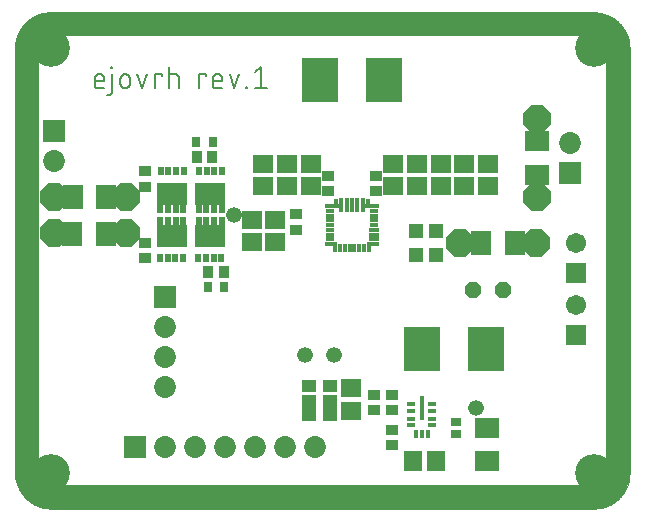
<source format=gts>
G04 EAGLE Gerber RS-274X export*
G75*
%MOMM*%
%FSLAX35Y35*%
%LPD*%
%INsolder_mask_top*%
%IPPOS*%
%AMOC8*
5,1,8,0,0,1.08239X$1,22.5*%
G01*
%ADD10C,0.000000*%
%ADD11C,2.000000*%
%ADD12C,0.203200*%
%ADD13R,1.153200X0.403200*%
%ADD14R,0.803200X0.403200*%
%ADD15R,1.103200X0.403200*%
%ADD16R,0.403200X0.803200*%
%ADD17R,0.903200X0.403200*%
%ADD18R,0.853200X0.403200*%
%ADD19R,0.883200X0.403200*%
%ADD20R,0.403200X1.203200*%
%ADD21R,0.403200X1.153200*%
%ADD22R,1.203200X1.303200*%
%ADD23R,1.103200X0.903200*%
%ADD24R,0.503200X0.803200*%
%ADD25R,0.503200X0.838200*%
%ADD26R,2.653200X1.978200*%
%ADD27R,0.803200X0.903200*%
%ADD28R,1.703200X1.503200*%
%ADD29P,1.539592X8X22.500000*%
%ADD30R,3.153200X3.703200*%
%ADD31C,1.703200*%
%ADD32R,1.703200X1.703200*%
%ADD33R,1.303200X2.203200*%
%ADD34R,1.303200X1.003200*%
%ADD35R,2.003200X1.803200*%
%ADD36R,0.803200X0.453200*%
%ADD37R,0.453200X2.028200*%
%ADD38R,0.453200X0.803200*%
%ADD39R,1.503200X1.703200*%
%ADD40R,0.903200X0.803200*%
%ADD41R,0.903200X1.103200*%
%ADD42P,2.556822X8X22.500000*%
%ADD43R,1.803200X2.006200*%
%ADD44P,2.556822X8X202.500000*%
%ADD45P,2.556822X8X112.500000*%
%ADD46R,2.006200X1.803200*%
%ADD47R,1.853200X1.853200*%
%ADD48C,1.853200*%
%ADD49C,3.203200*%
%ADD50C,1.328200*%


D10*
X0Y3900000D02*
X0Y300000D01*
X88Y292751D01*
X350Y285506D01*
X788Y278270D01*
X1401Y271046D01*
X2187Y263839D01*
X3148Y256653D01*
X4282Y249493D01*
X5589Y242362D01*
X7068Y235265D01*
X8717Y228205D01*
X10537Y221188D01*
X12526Y214216D01*
X14683Y207295D01*
X17006Y200428D01*
X19495Y193619D01*
X22148Y186872D01*
X24962Y180191D01*
X27938Y173580D01*
X31072Y167043D01*
X34363Y160583D01*
X37810Y154205D01*
X41409Y147912D01*
X45160Y141708D01*
X49059Y135596D01*
X53105Y129581D01*
X57295Y123664D01*
X61627Y117851D01*
X66098Y112144D01*
X70705Y106547D01*
X75447Y101063D01*
X80319Y95695D01*
X85320Y90447D01*
X90447Y85320D01*
X95695Y80319D01*
X101063Y75447D01*
X106547Y70705D01*
X112144Y66098D01*
X117851Y61627D01*
X123664Y57295D01*
X129581Y53105D01*
X135596Y49059D01*
X141708Y45160D01*
X147912Y41409D01*
X154205Y37810D01*
X160583Y34363D01*
X167043Y31072D01*
X173580Y27938D01*
X180191Y24962D01*
X186872Y22148D01*
X193619Y19495D01*
X200428Y17006D01*
X207295Y14683D01*
X214216Y12526D01*
X221188Y10537D01*
X228205Y8717D01*
X235265Y7068D01*
X242362Y5589D01*
X249493Y4282D01*
X256653Y3148D01*
X263839Y2187D01*
X271046Y1401D01*
X278270Y788D01*
X285506Y350D01*
X292751Y88D01*
X300000Y0D01*
X4900000Y0D01*
X4907249Y88D01*
X4914494Y350D01*
X4921730Y788D01*
X4928954Y1401D01*
X4936161Y2187D01*
X4943347Y3148D01*
X4950507Y4282D01*
X4957638Y5589D01*
X4964735Y7068D01*
X4971795Y8717D01*
X4978812Y10537D01*
X4985784Y12526D01*
X4992705Y14683D01*
X4999572Y17006D01*
X5006381Y19495D01*
X5013128Y22148D01*
X5019809Y24962D01*
X5026420Y27938D01*
X5032957Y31072D01*
X5039417Y34363D01*
X5045795Y37810D01*
X5052088Y41409D01*
X5058292Y45160D01*
X5064404Y49059D01*
X5070419Y53105D01*
X5076336Y57295D01*
X5082149Y61627D01*
X5087856Y66098D01*
X5093453Y70705D01*
X5098937Y75447D01*
X5104305Y80319D01*
X5109553Y85320D01*
X5114680Y90447D01*
X5119681Y95695D01*
X5124553Y101063D01*
X5129295Y106547D01*
X5133902Y112144D01*
X5138373Y117851D01*
X5142705Y123664D01*
X5146895Y129581D01*
X5150941Y135596D01*
X5154840Y141708D01*
X5158591Y147912D01*
X5162190Y154205D01*
X5165637Y160583D01*
X5168928Y167043D01*
X5172062Y173580D01*
X5175038Y180191D01*
X5177852Y186872D01*
X5180505Y193619D01*
X5182994Y200428D01*
X5185317Y207295D01*
X5187474Y214216D01*
X5189463Y221188D01*
X5191283Y228205D01*
X5192932Y235265D01*
X5194411Y242362D01*
X5195718Y249493D01*
X5196852Y256653D01*
X5197813Y263839D01*
X5198599Y271046D01*
X5199212Y278270D01*
X5199650Y285506D01*
X5199912Y292751D01*
X5200000Y300000D01*
X5200000Y3900000D01*
X5199912Y3907249D01*
X5199650Y3914494D01*
X5199212Y3921730D01*
X5198599Y3928954D01*
X5197813Y3936161D01*
X5196852Y3943347D01*
X5195718Y3950507D01*
X5194411Y3957638D01*
X5192932Y3964735D01*
X5191283Y3971795D01*
X5189463Y3978812D01*
X5187474Y3985784D01*
X5185317Y3992705D01*
X5182994Y3999572D01*
X5180505Y4006381D01*
X5177852Y4013128D01*
X5175038Y4019809D01*
X5172062Y4026420D01*
X5168928Y4032957D01*
X5165637Y4039417D01*
X5162190Y4045795D01*
X5158591Y4052088D01*
X5154840Y4058292D01*
X5150941Y4064404D01*
X5146895Y4070419D01*
X5142705Y4076336D01*
X5138373Y4082149D01*
X5133902Y4087856D01*
X5129295Y4093453D01*
X5124553Y4098937D01*
X5119681Y4104305D01*
X5114680Y4109553D01*
X5109553Y4114680D01*
X5104305Y4119681D01*
X5098937Y4124553D01*
X5093453Y4129295D01*
X5087856Y4133902D01*
X5082149Y4138373D01*
X5076336Y4142705D01*
X5070419Y4146895D01*
X5064404Y4150941D01*
X5058292Y4154840D01*
X5052088Y4158591D01*
X5045795Y4162190D01*
X5039417Y4165637D01*
X5032957Y4168928D01*
X5026420Y4172062D01*
X5019809Y4175038D01*
X5013128Y4177852D01*
X5006381Y4180505D01*
X4999572Y4182994D01*
X4992705Y4185317D01*
X4985784Y4187474D01*
X4978812Y4189463D01*
X4971795Y4191283D01*
X4964735Y4192932D01*
X4957638Y4194411D01*
X4950507Y4195718D01*
X4943347Y4196852D01*
X4936161Y4197813D01*
X4928954Y4198599D01*
X4921730Y4199212D01*
X4914494Y4199650D01*
X4907249Y4199912D01*
X4900000Y4200000D01*
X300000Y4200000D01*
X292751Y4199912D01*
X285506Y4199650D01*
X278270Y4199212D01*
X271046Y4198599D01*
X263839Y4197813D01*
X256653Y4196852D01*
X249493Y4195718D01*
X242362Y4194411D01*
X235265Y4192932D01*
X228205Y4191283D01*
X221188Y4189463D01*
X214216Y4187474D01*
X207295Y4185317D01*
X200428Y4182994D01*
X193619Y4180505D01*
X186872Y4177852D01*
X180191Y4175038D01*
X173580Y4172062D01*
X167043Y4168928D01*
X160583Y4165637D01*
X154205Y4162190D01*
X147912Y4158591D01*
X141708Y4154840D01*
X135596Y4150941D01*
X129581Y4146895D01*
X123664Y4142705D01*
X117851Y4138373D01*
X112144Y4133902D01*
X106547Y4129295D01*
X101063Y4124553D01*
X95695Y4119681D01*
X90447Y4114680D01*
X85320Y4109553D01*
X80319Y4104305D01*
X75447Y4098937D01*
X70705Y4093453D01*
X66098Y4087856D01*
X61627Y4082149D01*
X57295Y4076336D01*
X53105Y4070419D01*
X49059Y4064404D01*
X45160Y4058292D01*
X41409Y4052088D01*
X37810Y4045795D01*
X34363Y4039417D01*
X31072Y4032957D01*
X27938Y4026420D01*
X24962Y4019809D01*
X22148Y4013128D01*
X19495Y4006381D01*
X17006Y3999572D01*
X14683Y3992705D01*
X12526Y3985784D01*
X10537Y3978812D01*
X8717Y3971795D01*
X7068Y3964735D01*
X5589Y3957638D01*
X4282Y3950507D01*
X3148Y3943347D01*
X2187Y3936161D01*
X1401Y3928954D01*
X788Y3921730D01*
X350Y3914494D01*
X88Y3907249D01*
X0Y3900000D01*
D11*
X100000Y3900000D02*
X100058Y3904833D01*
X100234Y3909663D01*
X100525Y3914487D01*
X100934Y3919303D01*
X101458Y3924107D01*
X102099Y3928898D01*
X102855Y3933671D01*
X103726Y3938425D01*
X104712Y3943157D01*
X105812Y3947863D01*
X107025Y3952541D01*
X108351Y3957189D01*
X109789Y3961803D01*
X111338Y3966382D01*
X112997Y3970921D01*
X114765Y3975419D01*
X116642Y3979873D01*
X118625Y3984280D01*
X120715Y3988638D01*
X122909Y3992945D01*
X125206Y3997197D01*
X127606Y4001392D01*
X130106Y4005528D01*
X132706Y4009603D01*
X135403Y4013613D01*
X138197Y4017557D01*
X141084Y4021433D01*
X144065Y4025237D01*
X147137Y4028968D01*
X150298Y4032625D01*
X153546Y4036203D01*
X156880Y4039702D01*
X160298Y4043120D01*
X163797Y4046454D01*
X167375Y4049702D01*
X171032Y4052863D01*
X174763Y4055935D01*
X178567Y4058916D01*
X182443Y4061803D01*
X186387Y4064597D01*
X190397Y4067294D01*
X194472Y4069894D01*
X198608Y4072394D01*
X202803Y4074794D01*
X207055Y4077091D01*
X211362Y4079285D01*
X215720Y4081375D01*
X220127Y4083358D01*
X224581Y4085235D01*
X229079Y4087003D01*
X233618Y4088662D01*
X238197Y4090211D01*
X242811Y4091649D01*
X247459Y4092975D01*
X252137Y4094188D01*
X256843Y4095288D01*
X261575Y4096274D01*
X266329Y4097145D01*
X271102Y4097901D01*
X275893Y4098542D01*
X280697Y4099066D01*
X285513Y4099475D01*
X290337Y4099766D01*
X295167Y4099942D01*
X300000Y4100000D01*
X100000Y3900000D02*
X100000Y300000D01*
X100058Y295167D01*
X100234Y290337D01*
X100525Y285513D01*
X100934Y280697D01*
X101458Y275893D01*
X102099Y271102D01*
X102855Y266329D01*
X103726Y261575D01*
X104712Y256843D01*
X105812Y252137D01*
X107025Y247459D01*
X108351Y242811D01*
X109789Y238197D01*
X111338Y233618D01*
X112997Y229079D01*
X114765Y224581D01*
X116642Y220127D01*
X118625Y215720D01*
X120715Y211362D01*
X122909Y207055D01*
X125206Y202803D01*
X127606Y198608D01*
X130106Y194472D01*
X132706Y190397D01*
X135403Y186387D01*
X138197Y182443D01*
X141084Y178567D01*
X144065Y174763D01*
X147137Y171032D01*
X150298Y167375D01*
X153546Y163797D01*
X156880Y160298D01*
X160298Y156880D01*
X163797Y153546D01*
X167375Y150298D01*
X171032Y147137D01*
X174763Y144065D01*
X178567Y141084D01*
X182443Y138197D01*
X186387Y135403D01*
X190397Y132706D01*
X194472Y130106D01*
X198608Y127606D01*
X202803Y125206D01*
X207055Y122909D01*
X211362Y120715D01*
X215720Y118625D01*
X220127Y116642D01*
X224581Y114765D01*
X229079Y112997D01*
X233618Y111338D01*
X238197Y109789D01*
X242811Y108351D01*
X247459Y107025D01*
X252137Y105812D01*
X256843Y104712D01*
X261575Y103726D01*
X266329Y102855D01*
X271102Y102099D01*
X275893Y101458D01*
X280697Y100934D01*
X285513Y100525D01*
X290337Y100234D01*
X295167Y100058D01*
X300000Y100000D01*
X4900000Y100000D01*
X4904833Y100058D01*
X4909663Y100234D01*
X4914487Y100525D01*
X4919303Y100934D01*
X4924107Y101458D01*
X4928898Y102099D01*
X4933671Y102855D01*
X4938425Y103726D01*
X4943157Y104712D01*
X4947863Y105812D01*
X4952541Y107025D01*
X4957189Y108351D01*
X4961803Y109789D01*
X4966382Y111338D01*
X4970921Y112997D01*
X4975419Y114765D01*
X4979873Y116642D01*
X4984280Y118625D01*
X4988638Y120715D01*
X4992945Y122909D01*
X4997197Y125206D01*
X5001392Y127606D01*
X5005528Y130106D01*
X5009603Y132706D01*
X5013613Y135403D01*
X5017557Y138197D01*
X5021433Y141084D01*
X5025237Y144065D01*
X5028968Y147137D01*
X5032625Y150298D01*
X5036203Y153546D01*
X5039702Y156880D01*
X5043120Y160298D01*
X5046454Y163797D01*
X5049702Y167375D01*
X5052863Y171032D01*
X5055935Y174763D01*
X5058916Y178567D01*
X5061803Y182443D01*
X5064597Y186387D01*
X5067294Y190397D01*
X5069894Y194472D01*
X5072394Y198608D01*
X5074794Y202803D01*
X5077091Y207055D01*
X5079285Y211362D01*
X5081375Y215720D01*
X5083358Y220127D01*
X5085235Y224581D01*
X5087003Y229079D01*
X5088662Y233618D01*
X5090211Y238197D01*
X5091649Y242811D01*
X5092975Y247459D01*
X5094188Y252137D01*
X5095288Y256843D01*
X5096274Y261575D01*
X5097145Y266329D01*
X5097901Y271102D01*
X5098542Y275893D01*
X5099066Y280697D01*
X5099475Y285513D01*
X5099766Y290337D01*
X5099942Y295167D01*
X5100000Y300000D01*
X5100000Y3900000D01*
X5099942Y3904833D01*
X5099766Y3909663D01*
X5099475Y3914487D01*
X5099066Y3919303D01*
X5098542Y3924107D01*
X5097901Y3928898D01*
X5097145Y3933671D01*
X5096274Y3938425D01*
X5095288Y3943157D01*
X5094188Y3947863D01*
X5092975Y3952541D01*
X5091649Y3957189D01*
X5090211Y3961803D01*
X5088662Y3966382D01*
X5087003Y3970921D01*
X5085235Y3975419D01*
X5083358Y3979873D01*
X5081375Y3984280D01*
X5079285Y3988638D01*
X5077091Y3992945D01*
X5074794Y3997197D01*
X5072394Y4001392D01*
X5069894Y4005528D01*
X5067294Y4009603D01*
X5064597Y4013613D01*
X5061803Y4017557D01*
X5058916Y4021433D01*
X5055935Y4025237D01*
X5052863Y4028968D01*
X5049702Y4032625D01*
X5046454Y4036203D01*
X5043120Y4039702D01*
X5039702Y4043120D01*
X5036203Y4046454D01*
X5032625Y4049702D01*
X5028968Y4052863D01*
X5025237Y4055935D01*
X5021433Y4058916D01*
X5017557Y4061803D01*
X5013613Y4064597D01*
X5009603Y4067294D01*
X5005528Y4069894D01*
X5001392Y4072394D01*
X4997197Y4074794D01*
X4992945Y4077091D01*
X4988638Y4079285D01*
X4984280Y4081375D01*
X4979873Y4083358D01*
X4975419Y4085235D01*
X4970921Y4087003D01*
X4966382Y4088662D01*
X4961803Y4090211D01*
X4957189Y4091649D01*
X4952541Y4092975D01*
X4947863Y4094188D01*
X4943157Y4095288D01*
X4938425Y4096274D01*
X4933671Y4097145D01*
X4928898Y4097901D01*
X4924107Y4098542D01*
X4919303Y4099066D01*
X4914487Y4099475D01*
X4909663Y4099766D01*
X4904833Y4099942D01*
X4900000Y4100000D01*
X300000Y4100000D01*
D12*
X700777Y3560160D02*
X750688Y3560160D01*
X700777Y3560160D02*
X700053Y3560169D01*
X699330Y3560195D01*
X698608Y3560239D01*
X697887Y3560300D01*
X697167Y3560378D01*
X696450Y3560474D01*
X695735Y3560587D01*
X695023Y3560718D01*
X694315Y3560866D01*
X693610Y3561030D01*
X692910Y3561212D01*
X692214Y3561410D01*
X691523Y3561626D01*
X690837Y3561858D01*
X690158Y3562106D01*
X689484Y3562371D01*
X688817Y3562652D01*
X688157Y3562949D01*
X687505Y3563262D01*
X686860Y3563590D01*
X686223Y3563934D01*
X685595Y3564294D01*
X684976Y3564668D01*
X684366Y3565057D01*
X683765Y3565461D01*
X683175Y3565879D01*
X682594Y3566312D01*
X682025Y3566758D01*
X681466Y3567218D01*
X680918Y3567691D01*
X680383Y3568178D01*
X679859Y3568677D01*
X679347Y3569189D01*
X678848Y3569713D01*
X678361Y3570248D01*
X677888Y3570796D01*
X677428Y3571355D01*
X676982Y3571924D01*
X676549Y3572505D01*
X676131Y3573095D01*
X675727Y3573696D01*
X675338Y3574306D01*
X674964Y3574925D01*
X674604Y3575553D01*
X674260Y3576190D01*
X673932Y3576835D01*
X673619Y3577487D01*
X673322Y3578147D01*
X673041Y3578814D01*
X672776Y3579488D01*
X672528Y3580167D01*
X672296Y3580853D01*
X672080Y3581544D01*
X671882Y3582240D01*
X671700Y3582940D01*
X671536Y3583645D01*
X671388Y3584353D01*
X671257Y3585065D01*
X671144Y3585780D01*
X671048Y3586497D01*
X670970Y3587217D01*
X670909Y3587938D01*
X670865Y3588660D01*
X670839Y3589383D01*
X670830Y3590107D01*
X670831Y3590107D02*
X670831Y3640018D01*
X670830Y3640018D02*
X670842Y3640990D01*
X670877Y3641962D01*
X670937Y3642933D01*
X671019Y3643901D01*
X671126Y3644868D01*
X671256Y3645832D01*
X671409Y3646792D01*
X671585Y3647748D01*
X671785Y3648700D01*
X672008Y3649646D01*
X672254Y3650587D01*
X672523Y3651522D01*
X672814Y3652449D01*
X673128Y3653369D01*
X673465Y3654282D01*
X673823Y3655186D01*
X674203Y3656081D01*
X674605Y3656966D01*
X675029Y3657841D01*
X675473Y3658706D01*
X675939Y3659560D01*
X676425Y3660402D01*
X676932Y3661232D01*
X677458Y3662050D01*
X678005Y3662854D01*
X678570Y3663645D01*
X679155Y3664422D01*
X679759Y3665184D01*
X680381Y3665931D01*
X681021Y3666663D01*
X681679Y3667380D01*
X682354Y3668080D01*
X683045Y3668763D01*
X683754Y3669429D01*
X684478Y3670078D01*
X685217Y3670709D01*
X685972Y3671322D01*
X686742Y3671916D01*
X687526Y3672492D01*
X688324Y3673048D01*
X689135Y3673584D01*
X689958Y3674101D01*
X690795Y3674598D01*
X691642Y3675073D01*
X692502Y3675529D01*
X693372Y3675963D01*
X694252Y3676375D01*
X695143Y3676767D01*
X696042Y3677136D01*
X696950Y3677483D01*
X697867Y3677808D01*
X698791Y3678111D01*
X699722Y3678391D01*
X700660Y3678649D01*
X701603Y3678883D01*
X702552Y3679095D01*
X703506Y3679283D01*
X704465Y3679448D01*
X705427Y3679589D01*
X706392Y3679707D01*
X707360Y3679802D01*
X708329Y3679873D01*
X709301Y3679920D01*
X710273Y3679944D01*
X711245Y3679944D01*
X712217Y3679920D01*
X713189Y3679873D01*
X714158Y3679802D01*
X715126Y3679707D01*
X716091Y3679589D01*
X717053Y3679448D01*
X718012Y3679283D01*
X718966Y3679095D01*
X719915Y3678883D01*
X720858Y3678649D01*
X721796Y3678391D01*
X722727Y3678111D01*
X723651Y3677808D01*
X724568Y3677483D01*
X725476Y3677136D01*
X726375Y3676767D01*
X727266Y3676375D01*
X728146Y3675963D01*
X729016Y3675529D01*
X729876Y3675073D01*
X730724Y3674598D01*
X731560Y3674101D01*
X732383Y3673584D01*
X733194Y3673048D01*
X733992Y3672492D01*
X734776Y3671916D01*
X735546Y3671322D01*
X736301Y3670709D01*
X737040Y3670078D01*
X737764Y3669429D01*
X738473Y3668763D01*
X739164Y3668080D01*
X739839Y3667380D01*
X740497Y3666663D01*
X741137Y3665931D01*
X741759Y3665184D01*
X742363Y3664422D01*
X742948Y3663645D01*
X743513Y3662854D01*
X744060Y3662050D01*
X744586Y3661232D01*
X745093Y3660402D01*
X745579Y3659560D01*
X746045Y3658706D01*
X746489Y3657841D01*
X746913Y3656966D01*
X747315Y3656081D01*
X747695Y3655186D01*
X748053Y3654282D01*
X748390Y3653369D01*
X748704Y3652449D01*
X748995Y3651522D01*
X749264Y3650587D01*
X749510Y3649646D01*
X749733Y3648700D01*
X749933Y3647748D01*
X750109Y3646792D01*
X750262Y3645832D01*
X750392Y3644868D01*
X750499Y3643901D01*
X750581Y3642933D01*
X750641Y3641962D01*
X750676Y3640990D01*
X750688Y3640018D01*
X750688Y3620053D01*
X670831Y3620053D01*
X817353Y3679947D02*
X817353Y3530213D01*
X817344Y3529478D01*
X817317Y3528744D01*
X817272Y3528010D01*
X817209Y3527278D01*
X817128Y3526547D01*
X817029Y3525819D01*
X816912Y3525093D01*
X816778Y3524371D01*
X816625Y3523652D01*
X816456Y3522937D01*
X816268Y3522226D01*
X816064Y3521520D01*
X815842Y3520819D01*
X815602Y3520124D01*
X815346Y3519435D01*
X815073Y3518753D01*
X814784Y3518077D01*
X814478Y3517409D01*
X814155Y3516749D01*
X813817Y3516096D01*
X813463Y3515452D01*
X813092Y3514817D01*
X812707Y3514192D01*
X812306Y3513575D01*
X811890Y3512969D01*
X811460Y3512374D01*
X811015Y3511789D01*
X810555Y3511215D01*
X810082Y3510653D01*
X809595Y3510102D01*
X809095Y3509563D01*
X808582Y3509037D01*
X808056Y3508524D01*
X807517Y3508024D01*
X806967Y3507537D01*
X806404Y3507064D01*
X805830Y3506605D01*
X805246Y3506159D01*
X804650Y3505729D01*
X804044Y3505313D01*
X803428Y3504912D01*
X802802Y3504527D01*
X802167Y3504157D01*
X801523Y3503802D01*
X800871Y3503464D01*
X800210Y3503141D01*
X799542Y3502835D01*
X798866Y3502546D01*
X798184Y3502273D01*
X797495Y3502017D01*
X796800Y3501778D01*
X796099Y3501556D01*
X795393Y3501351D01*
X794683Y3501164D01*
X793968Y3500994D01*
X793249Y3500841D01*
X792526Y3500707D01*
X791800Y3500590D01*
X791072Y3500491D01*
X790342Y3500410D01*
X789609Y3500347D01*
X788876Y3500302D01*
X788141Y3500275D01*
X787406Y3500266D01*
X787407Y3500267D02*
X777424Y3500267D01*
X812362Y3729858D02*
X812362Y3739840D01*
X822344Y3739840D01*
X822344Y3729858D01*
X812362Y3729858D01*
X889331Y3640018D02*
X889331Y3600089D01*
X889330Y3640018D02*
X889342Y3640990D01*
X889377Y3641962D01*
X889437Y3642933D01*
X889519Y3643901D01*
X889626Y3644868D01*
X889756Y3645832D01*
X889909Y3646792D01*
X890085Y3647748D01*
X890285Y3648700D01*
X890508Y3649646D01*
X890754Y3650587D01*
X891023Y3651522D01*
X891314Y3652449D01*
X891628Y3653369D01*
X891965Y3654282D01*
X892323Y3655186D01*
X892703Y3656081D01*
X893105Y3656966D01*
X893529Y3657841D01*
X893973Y3658706D01*
X894439Y3659560D01*
X894925Y3660402D01*
X895432Y3661232D01*
X895958Y3662050D01*
X896505Y3662854D01*
X897070Y3663645D01*
X897655Y3664422D01*
X898259Y3665184D01*
X898881Y3665931D01*
X899521Y3666663D01*
X900179Y3667380D01*
X900854Y3668080D01*
X901545Y3668763D01*
X902254Y3669429D01*
X902978Y3670078D01*
X903717Y3670709D01*
X904472Y3671322D01*
X905242Y3671916D01*
X906026Y3672492D01*
X906824Y3673048D01*
X907635Y3673584D01*
X908458Y3674101D01*
X909295Y3674598D01*
X910142Y3675073D01*
X911002Y3675529D01*
X911872Y3675963D01*
X912752Y3676375D01*
X913643Y3676767D01*
X914542Y3677136D01*
X915450Y3677483D01*
X916367Y3677808D01*
X917291Y3678111D01*
X918222Y3678391D01*
X919160Y3678649D01*
X920103Y3678883D01*
X921052Y3679095D01*
X922006Y3679283D01*
X922965Y3679448D01*
X923927Y3679589D01*
X924892Y3679707D01*
X925860Y3679802D01*
X926829Y3679873D01*
X927801Y3679920D01*
X928773Y3679944D01*
X929745Y3679944D01*
X930717Y3679920D01*
X931689Y3679873D01*
X932658Y3679802D01*
X933626Y3679707D01*
X934591Y3679589D01*
X935553Y3679448D01*
X936512Y3679283D01*
X937466Y3679095D01*
X938415Y3678883D01*
X939358Y3678649D01*
X940296Y3678391D01*
X941227Y3678111D01*
X942151Y3677808D01*
X943068Y3677483D01*
X943976Y3677136D01*
X944875Y3676767D01*
X945766Y3676375D01*
X946646Y3675963D01*
X947516Y3675529D01*
X948376Y3675073D01*
X949224Y3674598D01*
X950060Y3674101D01*
X950883Y3673584D01*
X951694Y3673048D01*
X952492Y3672492D01*
X953276Y3671916D01*
X954046Y3671322D01*
X954801Y3670709D01*
X955540Y3670078D01*
X956264Y3669429D01*
X956973Y3668763D01*
X957664Y3668080D01*
X958339Y3667380D01*
X958997Y3666663D01*
X959637Y3665931D01*
X960259Y3665184D01*
X960863Y3664422D01*
X961448Y3663645D01*
X962013Y3662854D01*
X962560Y3662050D01*
X963086Y3661232D01*
X963593Y3660402D01*
X964079Y3659560D01*
X964545Y3658706D01*
X964989Y3657841D01*
X965413Y3656966D01*
X965815Y3656081D01*
X966195Y3655186D01*
X966553Y3654282D01*
X966890Y3653369D01*
X967204Y3652449D01*
X967495Y3651522D01*
X967764Y3650587D01*
X968010Y3649646D01*
X968233Y3648700D01*
X968433Y3647748D01*
X968609Y3646792D01*
X968762Y3645832D01*
X968892Y3644868D01*
X968999Y3643901D01*
X969081Y3642933D01*
X969141Y3641962D01*
X969176Y3640990D01*
X969188Y3640018D01*
X969188Y3600089D01*
X969176Y3599117D01*
X969141Y3598145D01*
X969081Y3597174D01*
X968999Y3596206D01*
X968892Y3595239D01*
X968762Y3594275D01*
X968609Y3593315D01*
X968433Y3592359D01*
X968233Y3591407D01*
X968010Y3590461D01*
X967764Y3589520D01*
X967495Y3588585D01*
X967204Y3587658D01*
X966890Y3586738D01*
X966553Y3585825D01*
X966195Y3584921D01*
X965815Y3584026D01*
X965413Y3583141D01*
X964989Y3582266D01*
X964545Y3581401D01*
X964079Y3580547D01*
X963593Y3579705D01*
X963086Y3578875D01*
X962560Y3578057D01*
X962013Y3577253D01*
X961448Y3576462D01*
X960863Y3575685D01*
X960259Y3574923D01*
X959637Y3574176D01*
X958997Y3573444D01*
X958339Y3572727D01*
X957664Y3572027D01*
X956973Y3571344D01*
X956264Y3570678D01*
X955540Y3570029D01*
X954801Y3569398D01*
X954046Y3568785D01*
X953276Y3568191D01*
X952492Y3567615D01*
X951694Y3567059D01*
X950883Y3566523D01*
X950060Y3566006D01*
X949224Y3565509D01*
X948376Y3565034D01*
X947516Y3564578D01*
X946646Y3564144D01*
X945766Y3563732D01*
X944875Y3563340D01*
X943976Y3562971D01*
X943068Y3562624D01*
X942151Y3562299D01*
X941227Y3561996D01*
X940296Y3561716D01*
X939358Y3561458D01*
X938415Y3561224D01*
X937466Y3561012D01*
X936512Y3560824D01*
X935553Y3560659D01*
X934591Y3560518D01*
X933626Y3560400D01*
X932658Y3560305D01*
X931689Y3560234D01*
X930717Y3560187D01*
X929745Y3560163D01*
X928773Y3560163D01*
X927801Y3560187D01*
X926829Y3560234D01*
X925860Y3560305D01*
X924892Y3560400D01*
X923927Y3560518D01*
X922965Y3560659D01*
X922006Y3560824D01*
X921052Y3561012D01*
X920103Y3561224D01*
X919160Y3561458D01*
X918222Y3561716D01*
X917291Y3561996D01*
X916367Y3562299D01*
X915450Y3562624D01*
X914542Y3562971D01*
X913643Y3563340D01*
X912752Y3563732D01*
X911872Y3564144D01*
X911002Y3564578D01*
X910142Y3565034D01*
X909295Y3565509D01*
X908458Y3566006D01*
X907635Y3566523D01*
X906824Y3567059D01*
X906026Y3567615D01*
X905242Y3568191D01*
X904472Y3568785D01*
X903717Y3569398D01*
X902978Y3570029D01*
X902254Y3570678D01*
X901545Y3571344D01*
X900854Y3572027D01*
X900179Y3572727D01*
X899521Y3573444D01*
X898881Y3574176D01*
X898259Y3574923D01*
X897655Y3575685D01*
X897070Y3576462D01*
X896505Y3577253D01*
X895958Y3578057D01*
X895432Y3578875D01*
X894925Y3579705D01*
X894439Y3580547D01*
X893973Y3581401D01*
X893529Y3582266D01*
X893105Y3583141D01*
X892703Y3584026D01*
X892323Y3584921D01*
X891965Y3585825D01*
X891628Y3586738D01*
X891314Y3587658D01*
X891023Y3588585D01*
X890754Y3589520D01*
X890508Y3590461D01*
X890285Y3591407D01*
X890085Y3592359D01*
X889909Y3593315D01*
X889756Y3594275D01*
X889626Y3595239D01*
X889519Y3596206D01*
X889437Y3597174D01*
X889377Y3598145D01*
X889342Y3599117D01*
X889330Y3600089D01*
X1033081Y3679947D02*
X1073009Y3560160D01*
X1112938Y3679947D01*
X1183537Y3679947D02*
X1183537Y3560160D01*
X1183537Y3679947D02*
X1243430Y3679947D01*
X1243430Y3659982D01*
X1303330Y3739840D02*
X1303330Y3560160D01*
X1303330Y3679947D02*
X1353241Y3679947D01*
X1353965Y3679938D01*
X1354688Y3679912D01*
X1355410Y3679868D01*
X1356131Y3679807D01*
X1356851Y3679729D01*
X1357568Y3679633D01*
X1358283Y3679520D01*
X1358995Y3679389D01*
X1359703Y3679241D01*
X1360408Y3679077D01*
X1361108Y3678895D01*
X1361804Y3678697D01*
X1362495Y3678481D01*
X1363181Y3678249D01*
X1363860Y3678001D01*
X1364534Y3677736D01*
X1365201Y3677455D01*
X1365861Y3677158D01*
X1366513Y3676845D01*
X1367158Y3676517D01*
X1367795Y3676173D01*
X1368423Y3675813D01*
X1369042Y3675439D01*
X1369652Y3675050D01*
X1370253Y3674646D01*
X1370843Y3674228D01*
X1371424Y3673795D01*
X1371993Y3673349D01*
X1372552Y3672889D01*
X1373100Y3672416D01*
X1373635Y3671929D01*
X1374159Y3671430D01*
X1374671Y3670918D01*
X1375170Y3670394D01*
X1375657Y3669859D01*
X1376130Y3669311D01*
X1376590Y3668752D01*
X1377036Y3668183D01*
X1377469Y3667602D01*
X1377887Y3667012D01*
X1378291Y3666411D01*
X1378680Y3665801D01*
X1379054Y3665182D01*
X1379414Y3664554D01*
X1379758Y3663917D01*
X1380086Y3663272D01*
X1380399Y3662620D01*
X1380696Y3661960D01*
X1380977Y3661293D01*
X1381242Y3660619D01*
X1381490Y3659940D01*
X1381722Y3659254D01*
X1381938Y3658563D01*
X1382136Y3657867D01*
X1382318Y3657167D01*
X1382482Y3656462D01*
X1382630Y3655754D01*
X1382761Y3655042D01*
X1382874Y3654327D01*
X1382970Y3653610D01*
X1383048Y3652890D01*
X1383109Y3652169D01*
X1383153Y3651447D01*
X1383179Y3650724D01*
X1383188Y3650000D01*
X1383188Y3560160D01*
X1557286Y3560160D02*
X1557286Y3679947D01*
X1617179Y3679947D01*
X1617179Y3659982D01*
X1701277Y3560160D02*
X1751188Y3560160D01*
X1701277Y3560160D02*
X1700553Y3560169D01*
X1699830Y3560195D01*
X1699108Y3560239D01*
X1698387Y3560300D01*
X1697667Y3560378D01*
X1696950Y3560474D01*
X1696235Y3560587D01*
X1695523Y3560718D01*
X1694815Y3560866D01*
X1694110Y3561030D01*
X1693410Y3561212D01*
X1692714Y3561410D01*
X1692023Y3561626D01*
X1691337Y3561858D01*
X1690658Y3562106D01*
X1689984Y3562371D01*
X1689317Y3562652D01*
X1688657Y3562949D01*
X1688005Y3563262D01*
X1687360Y3563590D01*
X1686723Y3563934D01*
X1686095Y3564294D01*
X1685476Y3564668D01*
X1684866Y3565057D01*
X1684265Y3565461D01*
X1683675Y3565879D01*
X1683094Y3566312D01*
X1682525Y3566758D01*
X1681966Y3567218D01*
X1681418Y3567691D01*
X1680883Y3568178D01*
X1680359Y3568677D01*
X1679847Y3569189D01*
X1679348Y3569713D01*
X1678861Y3570248D01*
X1678388Y3570796D01*
X1677928Y3571355D01*
X1677482Y3571924D01*
X1677049Y3572505D01*
X1676631Y3573095D01*
X1676227Y3573696D01*
X1675838Y3574306D01*
X1675464Y3574925D01*
X1675104Y3575553D01*
X1674760Y3576190D01*
X1674432Y3576835D01*
X1674119Y3577487D01*
X1673822Y3578147D01*
X1673541Y3578814D01*
X1673276Y3579488D01*
X1673028Y3580167D01*
X1672796Y3580853D01*
X1672580Y3581544D01*
X1672382Y3582240D01*
X1672200Y3582940D01*
X1672036Y3583645D01*
X1671888Y3584353D01*
X1671757Y3585065D01*
X1671644Y3585780D01*
X1671548Y3586497D01*
X1671470Y3587217D01*
X1671409Y3587938D01*
X1671365Y3588660D01*
X1671339Y3589383D01*
X1671330Y3590107D01*
X1671330Y3640018D01*
X1671342Y3640990D01*
X1671377Y3641962D01*
X1671437Y3642933D01*
X1671519Y3643901D01*
X1671626Y3644868D01*
X1671756Y3645832D01*
X1671909Y3646792D01*
X1672085Y3647748D01*
X1672285Y3648700D01*
X1672508Y3649646D01*
X1672754Y3650587D01*
X1673023Y3651522D01*
X1673314Y3652449D01*
X1673628Y3653369D01*
X1673965Y3654282D01*
X1674323Y3655186D01*
X1674703Y3656081D01*
X1675105Y3656966D01*
X1675529Y3657841D01*
X1675973Y3658706D01*
X1676439Y3659560D01*
X1676925Y3660402D01*
X1677432Y3661232D01*
X1677958Y3662050D01*
X1678505Y3662854D01*
X1679070Y3663645D01*
X1679655Y3664422D01*
X1680259Y3665184D01*
X1680881Y3665931D01*
X1681521Y3666663D01*
X1682179Y3667380D01*
X1682854Y3668080D01*
X1683545Y3668763D01*
X1684254Y3669429D01*
X1684978Y3670078D01*
X1685717Y3670709D01*
X1686472Y3671322D01*
X1687242Y3671916D01*
X1688026Y3672492D01*
X1688824Y3673048D01*
X1689635Y3673584D01*
X1690458Y3674101D01*
X1691295Y3674598D01*
X1692142Y3675073D01*
X1693002Y3675529D01*
X1693872Y3675963D01*
X1694752Y3676375D01*
X1695643Y3676767D01*
X1696542Y3677136D01*
X1697450Y3677483D01*
X1698367Y3677808D01*
X1699291Y3678111D01*
X1700222Y3678391D01*
X1701160Y3678649D01*
X1702103Y3678883D01*
X1703052Y3679095D01*
X1704006Y3679283D01*
X1704965Y3679448D01*
X1705927Y3679589D01*
X1706892Y3679707D01*
X1707860Y3679802D01*
X1708829Y3679873D01*
X1709801Y3679920D01*
X1710773Y3679944D01*
X1711745Y3679944D01*
X1712717Y3679920D01*
X1713689Y3679873D01*
X1714658Y3679802D01*
X1715626Y3679707D01*
X1716591Y3679589D01*
X1717553Y3679448D01*
X1718512Y3679283D01*
X1719466Y3679095D01*
X1720415Y3678883D01*
X1721358Y3678649D01*
X1722296Y3678391D01*
X1723227Y3678111D01*
X1724151Y3677808D01*
X1725068Y3677483D01*
X1725976Y3677136D01*
X1726875Y3676767D01*
X1727766Y3676375D01*
X1728646Y3675963D01*
X1729516Y3675529D01*
X1730376Y3675073D01*
X1731224Y3674598D01*
X1732060Y3674101D01*
X1732883Y3673584D01*
X1733694Y3673048D01*
X1734492Y3672492D01*
X1735276Y3671916D01*
X1736046Y3671322D01*
X1736801Y3670709D01*
X1737540Y3670078D01*
X1738264Y3669429D01*
X1738973Y3668763D01*
X1739664Y3668080D01*
X1740339Y3667380D01*
X1740997Y3666663D01*
X1741637Y3665931D01*
X1742259Y3665184D01*
X1742863Y3664422D01*
X1743448Y3663645D01*
X1744013Y3662854D01*
X1744560Y3662050D01*
X1745086Y3661232D01*
X1745593Y3660402D01*
X1746079Y3659560D01*
X1746545Y3658706D01*
X1746989Y3657841D01*
X1747413Y3656966D01*
X1747815Y3656081D01*
X1748195Y3655186D01*
X1748553Y3654282D01*
X1748890Y3653369D01*
X1749204Y3652449D01*
X1749495Y3651522D01*
X1749764Y3650587D01*
X1750010Y3649646D01*
X1750233Y3648700D01*
X1750433Y3647748D01*
X1750609Y3646792D01*
X1750762Y3645832D01*
X1750892Y3644868D01*
X1750999Y3643901D01*
X1751081Y3642933D01*
X1751141Y3641962D01*
X1751176Y3640990D01*
X1751188Y3640018D01*
X1751188Y3620053D01*
X1671330Y3620053D01*
X1815080Y3679947D02*
X1855009Y3560160D01*
X1894938Y3679947D01*
X1953518Y3570142D02*
X1953518Y3560160D01*
X1953518Y3570142D02*
X1963500Y3570142D01*
X1963500Y3560160D01*
X1953518Y3560160D01*
X2029347Y3699911D02*
X2079258Y3739840D01*
X2079258Y3560160D01*
X2029347Y3560160D02*
X2129169Y3560160D01*
D13*
X2677500Y2560000D03*
D14*
X2660000Y2520000D03*
X2660000Y2480000D03*
X2660000Y2440000D03*
X2660000Y2400000D03*
X2660000Y2360000D03*
X2660000Y2320000D03*
X2660000Y2280000D03*
D15*
X2675000Y2240000D03*
D16*
X2750000Y2210000D03*
X2790000Y2210000D03*
X2830000Y2210000D03*
X2870000Y2210000D03*
X2910000Y2210000D03*
X2950000Y2210000D03*
D15*
X3025000Y2240000D03*
D17*
X3035000Y2280000D03*
D18*
X3037500Y2320000D03*
D19*
X3036000Y2360000D03*
D14*
X3040000Y2400000D03*
X3040000Y2440000D03*
X3040000Y2480000D03*
X3040000Y2520000D03*
D13*
X3022500Y2560000D03*
D20*
X2940000Y2570000D03*
X2895000Y2570000D03*
X2850000Y2570000D03*
X2805000Y2570000D03*
D21*
X2760000Y2572500D03*
D16*
X2715000Y2590000D03*
X2710000Y2210000D03*
X2990000Y2210000D03*
X2985000Y2590000D03*
D22*
X3560000Y2350000D03*
X3390000Y2350000D03*
X3390000Y2150000D03*
X3560000Y2150000D03*
D23*
X3050000Y2685000D03*
X3050000Y2815000D03*
X2650000Y2685000D03*
X2650000Y2815000D03*
D24*
X1550000Y2120000D03*
X1615000Y2120000D03*
X1680000Y2120000D03*
X1745000Y2120000D03*
D25*
X1747500Y2427500D03*
X1682500Y2427500D03*
X1617500Y2427500D03*
X1552500Y2427500D03*
D26*
X1650000Y2307500D03*
D24*
X1425000Y2855000D03*
X1360000Y2855000D03*
X1295000Y2855000D03*
X1230000Y2855000D03*
D25*
X1227500Y2547500D03*
X1292500Y2547500D03*
X1357500Y2547500D03*
X1422500Y2547500D03*
D26*
X1325000Y2667500D03*
D24*
X1225000Y2120000D03*
X1290000Y2120000D03*
X1355000Y2120000D03*
X1420000Y2120000D03*
D25*
X1422500Y2427500D03*
X1357500Y2427500D03*
X1292500Y2427500D03*
X1227500Y2427500D03*
D26*
X1325000Y2307500D03*
D24*
X1750000Y2855000D03*
X1685000Y2855000D03*
X1620000Y2855000D03*
X1555000Y2855000D03*
D25*
X1552500Y2547500D03*
X1617500Y2547500D03*
X1682500Y2547500D03*
X1747500Y2547500D03*
D26*
X1650000Y2667500D03*
D27*
X1770000Y1875000D03*
X1630000Y1875000D03*
X1530000Y3100000D03*
X1670000Y3100000D03*
D23*
X1100000Y2250000D03*
X1100000Y2120000D03*
X1100000Y2855000D03*
X1100000Y2725000D03*
D28*
X2500000Y2730000D03*
X2500000Y2920000D03*
X2300000Y2730000D03*
X2300000Y2920000D03*
X2100000Y2730000D03*
X2100000Y2920000D03*
D23*
X2375000Y2490000D03*
X2375000Y2360000D03*
D28*
X2200000Y2445000D03*
X2200000Y2255000D03*
X2000000Y2445000D03*
X2000000Y2255000D03*
D29*
X3873000Y1850000D03*
X4127000Y1850000D03*
D28*
X3200000Y2730000D03*
X3200000Y2920000D03*
X3400000Y2730000D03*
X3400000Y2920000D03*
X3600000Y2730000D03*
X3600000Y2920000D03*
X3800000Y2730000D03*
X3800000Y2920000D03*
X4000000Y2730000D03*
X4000000Y2920000D03*
D30*
X3120000Y3625000D03*
X2580000Y3625000D03*
D31*
X4750000Y1727000D03*
D32*
X4750000Y1473000D03*
D31*
X4750000Y2252000D03*
D32*
X4750000Y1998000D03*
D33*
X2490000Y850000D03*
D34*
X2490000Y1040000D03*
D33*
X2665000Y850000D03*
D34*
X2665000Y1040000D03*
D23*
X3190000Y835000D03*
X3190000Y965000D03*
D35*
X3990000Y685000D03*
X3990000Y405000D03*
D36*
X3349100Y888500D03*
X3349100Y823500D03*
X3348900Y758000D03*
X3348900Y708000D03*
X3529900Y888500D03*
X3529900Y823500D03*
X3530100Y758600D03*
X3530100Y708600D03*
D37*
X3440000Y853800D03*
D38*
X3390000Y634800D03*
X3440000Y635000D03*
X3490000Y634800D03*
D23*
X3040000Y835000D03*
X3040000Y965000D03*
D28*
X2840000Y830000D03*
X2840000Y1020000D03*
D39*
X3370000Y400000D03*
X3560000Y400000D03*
D40*
X3727500Y635000D03*
X3727500Y735000D03*
D23*
X3190000Y665000D03*
X3190000Y535000D03*
D30*
X3445000Y1350000D03*
X3985000Y1350000D03*
D41*
X1535000Y2975000D03*
X1665000Y2975000D03*
X1635000Y2000000D03*
X1765000Y2000000D03*
D42*
X325000Y2640000D03*
D43*
X771200Y2640000D03*
X486800Y2640000D03*
D42*
X933000Y2640000D03*
X325000Y2334750D03*
D43*
X763700Y2327250D03*
X479300Y2327250D03*
D42*
X933000Y2336000D03*
D44*
X4411250Y2247000D03*
D43*
X3944050Y2247000D03*
X4228450Y2247000D03*
D44*
X3761250Y2247000D03*
D45*
X4414000Y2640000D03*
D46*
X4414000Y3111200D03*
X4414000Y2826800D03*
D45*
X4414000Y3298000D03*
D47*
X325000Y3194000D03*
D48*
X325000Y2940000D03*
D47*
X4693000Y2840000D03*
D48*
X4693000Y3094000D03*
D47*
X1266250Y1789750D03*
D48*
X1266250Y1535750D03*
X1266250Y1281750D03*
X1266250Y1027750D03*
D47*
X1013000Y525000D03*
D48*
X1267000Y525000D03*
X1521000Y525000D03*
X1775000Y525000D03*
X2029000Y525000D03*
X2283000Y525000D03*
X2537000Y525000D03*
D49*
X300000Y3900000D03*
X4900000Y3900000D03*
X4900000Y300000D03*
X300000Y300000D03*
D50*
X2700000Y1300000D03*
X1850000Y2487500D03*
X2450000Y1300000D03*
X3900000Y850000D03*
M02*

</source>
